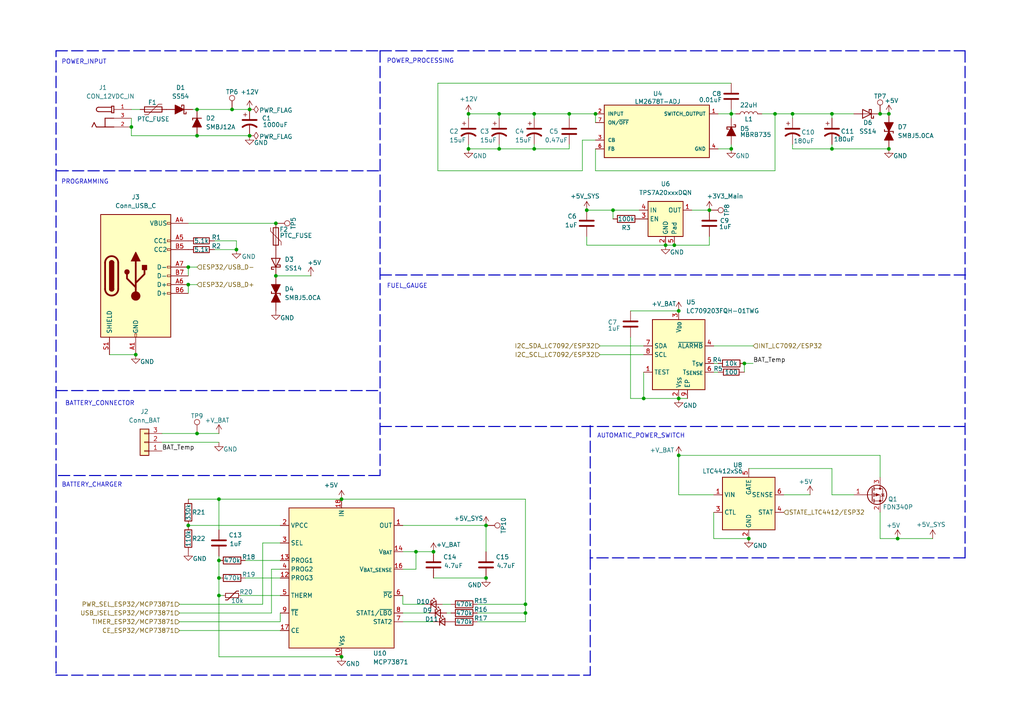
<source format=kicad_sch>
(kicad_sch (version 20250114) (generator "eeschema") (generator_version "9.0")
  (paper "A4")
  (lib_symbols
    (symbol "Battery_Management:LC709203FQH-01TWG"
      (property "Reference" "U" (at -6.35 11.43 0))
      (property "Value" "LC709203FQH-01TWG" (at 11.43 11.43 0))
      (symbol "LC709203FQH-01TWG_1_1"
        (pin bidirectional line (at -10.16 2.54 0) (length 2.54) (name "SDA") (number "7"))
        (pin input line (at -10.16 0 0) (length 2.54) (name "SCL") (number "8"))
        (pin input line (at -10.16 -5.08 0) (length 2.54) (name "TEST") (number "1"))
        (pin power_in line (at 0 12.7 270) (length 2.54) (name "V_{DD}") (number "3"))
        (pin power_in line (at 0 -12.7 90) (length 2.54) (name "V_{SS}") (number "2"))
        (pin passive line (at 2.54 -12.7 90) (length 2.54) (name "EP") (number "9"))
        (pin open_collector line (at 10.16 2.54 180) (length 2.54) (name "~{ALARMB}") (number "4"))
        (pin output line (at 10.16 -2.54 180) (length 2.54) (name "T_{SW}") (number "5"))
        (pin input line (at 10.16 -5.08 180) (length 2.54) (name "T_{SENSE}") (number "6"))
      )
    )
    (symbol "Battery_Management:MCP73871"
      (property "Reference" "U" (at -7.62 24.13 0))
      (property "Value" "MCP73871" (at -15.24 21.59 0))
      (symbol "MCP73871_1_1"
        (pin input line (at -17.78 15.24 0) (length 2.54) (name "VPCC") (number "2"))
        (pin input line (at -17.78 10.16 0) (length 2.54) (name "SEL") (number "3"))
        (pin bidirectional line (at -17.78 5.08 0) (length 2.54) (name "PROG1") (number "13"))
        (pin input line (at -17.78 2.54 0) (length 2.54) (name "PROG2") (number "4"))
        (pin bidirectional line (at -17.78 0 0) (length 2.54) (name "PROG3") (number "12"))
        (pin bidirectional line (at -17.78 -5.08 0) (length 2.54) (name "THERM") (number "5"))
        (pin input line (at -17.78 -10.16 0) (length 2.54) (name "~{TE}") (number "9"))
        (pin input line (at -17.78 -15.24 0) (length 2.54) (name "CE") (number "17"))
        (pin power_in line (at 0 22.86 270) (length 2.54) (name "IN") (number "18"))
        (pin passive line (at 0 22.86 270) (length 2.54) (hide yes) (name "IN") (number "19"))
        (pin power_in line (at 0 -22.86 90) (length 2.54) (name "V_{SS}") (number "10"))
        (pin passive line (at 0 -22.86 90) (length 2.54) (hide yes) (name "V_{SS}") (number "11"))
        (pin passive line (at 0 -22.86 90) (length 2.54) (hide yes) (name "V_{SS}") (number "21"))
        (pin power_out line (at 17.78 15.24 180) (length 2.54) (name "OUT") (number "1"))
        (pin passive line (at 17.78 15.24 180) (length 2.54) (hide yes) (name "OUT") (number "20"))
        (pin power_out line (at 17.78 7.62 180) (length 2.54) (name "V_{BAT}") (number "14"))
        (pin passive line (at 17.78 7.62 180) (length 2.54) (hide yes) (name "V_{BAT}") (number "15"))
        (pin input line (at 17.78 2.54 180) (length 2.54) (name "V_{BAT_SENSE}") (number "16"))
        (pin open_collector line (at 17.78 -5.08 180) (length 2.54) (name "~{PG}") (number "6"))
        (pin open_collector line (at 17.78 -10.16 180) (length 2.54) (name "STAT1/~{LBO}") (number "8"))
        (pin open_collector line (at 17.78 -12.7 180) (length 2.54) (name "STAT2") (number "7"))
      )
    )
    (symbol "Connector:USB_C_Receptacle_USB2.0_14P" (pin_names (offset 1.016))
      (property "Reference" "J" (at 0 22.225 0))
      (property "Value" "USB_C_Receptacle_USB2.0_14P" (at 0 19.685 0))
      (symbol "USB_C_Receptacle_USB2.0_14P_1_1"
        (pin passive line (at -7.62 -22.86 90) (length 5.08) (name "SHIELD") (number "S1"))
        (pin passive line (at 0 -22.86 90) (length 5.08) (name "GND") (number "A1"))
        (pin passive line (at 0 -22.86 90) (length 5.08) (hide yes) (name "GND") (number "A12"))
        (pin passive line (at 0 -22.86 90) (length 5.08) (hide yes) (name "GND") (number "B1"))
        (pin passive line (at 0 -22.86 90) (length 5.08) (hide yes) (name "GND") (number "B12"))
        (pin passive line (at 15.24 15.24 180) (length 5.08) (name "VBUS") (number "A4"))
        (pin passive line (at 15.24 15.24 180) (length 5.08) (hide yes) (name "VBUS") (number "A9"))
        (pin passive line (at 15.24 15.24 180) (length 5.08) (hide yes) (name "VBUS") (number "B4"))
        (pin passive line (at 15.24 15.24 180) (length 5.08) (hide yes) (name "VBUS") (number "B9"))
        (pin bidirectional line (at 15.24 10.16 180) (length 5.08) (name "CC1") (number "A5"))
        (pin bidirectional line (at 15.24 7.62 180) (length 5.08) (name "CC2") (number "B5"))
        (pin bidirectional line (at 15.24 2.54 180) (length 5.08) (name "D-") (number "A7"))
        (pin bidirectional line (at 15.24 0 180) (length 5.08) (name "D-") (number "B7"))
        (pin bidirectional line (at 15.24 -2.54 180) (length 5.08) (name "D+") (number "A6"))
        (pin bidirectional line (at 15.24 -5.08 180) (length 5.08) (name "D+") (number "B6"))
      )
    )
    (symbol "Connector_Generic:Conn_01x03" (pin_names (offset 1.016) (hide yes))
      (property "Reference" "J" (at 0 5.08 0))
      (property "Value" "Conn_01x03" (at 0 -5.08 0))
      (symbol "Conn_01x03_1_1"
        (pin passive line (at -5.08 2.54 0) (length 3.81) (name "Pin_1") (number "1"))
        (pin passive line (at -5.08 0 0) (length 3.81) (name "Pin_2") (number "2"))
        (pin passive line (at -5.08 -2.54 0) (length 3.81) (name "Pin_3") (number "3"))
      )
    )
    (symbol "Device:C" (pin_numbers (hide yes)) (pin_names (offset 0.254))
      (property "Reference" "C" (at 0.635 2.54 0))
      (property "Value" "C" (at 0.635 -2.54 0))
      (symbol "C_1_1"
        (pin passive line (at 0 3.81 270) (length 2.794) (name "~") (number "1"))
        (pin passive line (at 0 -3.81 90) (length 2.794) (name "~") (number "2"))
      )
    )
    (symbol "Device:C_Polarized_US" (pin_numbers (hide yes)) (pin_names (offset 0.254) (hide yes))
      (property "Reference" "C" (at 0.635 2.54 0))
      (property "Value" "C_Polarized_US" (at 0.635 -2.54 0))
      (symbol "C_Polarized_US_1_1"
        (pin passive line (at 0 3.81 270) (length 2.794) (name "~") (number "1"))
        (pin passive line (at 0 -3.81 90) (length 3.302) (name "~") (number "2"))
      )
    )
    (symbol "Device:L" (pin_numbers (hide yes)) (pin_names (offset 1.016) (hide yes))
      (property "Reference" "L" (at -1.27 0 90))
      (property "Value" "L" (at 1.905 0 90))
      (symbol "L_1_1"
        (pin passive line (at 0 3.81 270) (length 1.27) (name "1") (number "1"))
        (pin passive line (at 0 -3.81 90) (length 1.27) (name "2") (number "2"))
      )
    )
    (symbol "Device:Polyfuse" (pin_numbers (hide yes)) (pin_names (offset 0))
      (property "Reference" "F" (at -2.54 0 90))
      (property "Value" "Polyfuse" (at 2.54 0 90))
      (symbol "Polyfuse_1_1"
        (pin passive line (at 0 3.81 270) (length 1.27) (name "~") (number "1"))
        (pin passive line (at 0 -3.81 90) (length 1.27) (name "~") (number "2"))
      )
    )
    (symbol "Device:R" (pin_numbers (hide yes)) (pin_names (offset 0))
      (property "Reference" "R" (at 2.032 0 90))
      (property "Value" "R" (at 0 0 90))
      (symbol "R_1_1"
        (pin passive line (at 0 3.81 270) (length 1.27) (name "~") (number "1"))
        (pin passive line (at 0 -3.81 90) (length 1.27) (name "~") (number "2"))
      )
    )
    (symbol "Diode:SS14" (pin_numbers (hide yes)) (pin_names (offset 1.016) (hide yes))
      (property "Reference" "D" (at 0 2.54 0))
      (property "Value" "SS14" (at 0 -2.54 0))
      (symbol "SS14_1_1"
        (pin passive line (at -3.81 0 0) (length 2.54) (name "K") (number "1"))
        (pin passive line (at 3.81 0 180) (length 2.54) (name "A") (number "2"))
      )
    )
    (symbol "Librería_Global_OK:EJ503A" (pin_names (offset 1.016))
      (property "Reference" "J" (at -5.08 5.08 0))
      (property "Value" "EJ503A" (at -5.08 -7.62 0))
      (symbol "EJ503A_0_0"
        (pin passive line (at 5.08 2.54 180) (length 5.08) (name "~") (number "1"))
        (pin passive line (at 5.08 0 180) (length 5.08) (name "~") (number "3"))
        (pin passive line (at 5.08 -2.54 180) (length 5.08) (name "~") (number "2"))
      )
    )
    (symbol "Librería_Global_OK:LM2678T-ADJ" (pin_names (offset 1.016))
      (property "Reference" "U" (at -15.2724 7.6362 0))
      (property "Value" "LM2678T-ADJ" (at -15.2564 -10.1709 0))
      (symbol "LM2678T-ADJ_0_0"
        (pin input line (at -17.78 5.08 0) (length 2.54) (name "INPUT") (number "2"))
        (pin input line (at -17.78 2.54 0) (length 2.54) (name "ON/~{OFF}") (number "7"))
        (pin input line (at -17.78 -2.54 0) (length 2.54) (name "CB") (number "3"))
        (pin input line (at -17.78 -5.08 0) (length 2.54) (name "FB") (number "6"))
        (pin output line (at 17.78 5.08 180) (length 2.54) (name "SWITCH_OUTPUT") (number "1"))
        (pin power_in line (at 17.78 -5.08 180) (length 2.54) (name "GND") (number "4"))
      )
    )
    (symbol "PCM_4ms_Power-symbol:GND" (power) (pin_names (offset 0))
      (property "Value" "GND" (at 0 -3.81 0))
      (symbol "GND_1_1"
        (pin power_in line (at 0 0 270) (length 0) (hide yes) (name "GND") (number "1"))
      )
    )
    (symbol "PCM_Diode_Schottky_AKL:MBRB735" (pin_numbers (hide yes)) (pin_names (offset 1.016) (hide yes))
      (property "Reference" "D" (at 0 5.08 0))
      (property "Value" "MBRB735" (at 0 2.54 0))
      (symbol "MBRB735_1_1"
        (pin passive line (at -3.81 0 0) (length 2.54) (name "A") (number "2"))
        (pin passive line (at 3.81 0 180) (length 2.54) (name "K") (number "1"))
      )
      (symbol "MBRB735_1_2"
        (pin passive line (at -2.54 -2.54 0) (length 0) (name "A") (number "2"))
        (pin passive line (at 2.54 2.54 180) (length 0) (name "K") (number "1"))
      )
    )
    (symbol "PCM_Diode_Schottky_AKL:SS54" (pin_numbers (hide yes)) (pin_names (offset 1.016) (hide yes))
      (property "Reference" "D" (at 0 5.08 0))
      (property "Value" "SS54" (at 0 2.54 0))
      (symbol "SS54_1_1"
        (pin passive line (at -3.81 0 0) (length 2.54) (name "A") (number "2"))
        (pin passive line (at 3.81 0 180) (length 2.54) (name "K") (number "1"))
      )
      (symbol "SS54_1_2"
        (pin passive line (at -2.54 -2.54 0) (length 0) (name "A") (number "2"))
        (pin passive line (at 2.54 2.54 180) (length 0) (name "K") (number "1"))
      )
    )
    (symbol "PCM_Diode_TVS_AKL:SMBJ12A" (pin_numbers (hide yes)) (pin_names (offset 1.016) (hide yes))
      (property "Reference" "D" (at 0 5.08 0))
      (property "Value" "SMBJ12A" (at 0 2.54 0))
      (symbol "SMBJ12A_1_1"
        (pin passive line (at -3.81 0 0) (length 2.54) (name "A") (number "2"))
        (pin passive line (at 3.81 0 180) (length 2.54) (name "K") (number "1"))
      )
      (symbol "SMBJ12A_1_2"
        (pin passive line (at -2.54 -2.54 0) (length 0) (name "A") (number "2"))
        (pin passive line (at 2.54 2.54 180) (length 0) (name "K") (number "1"))
      )
    )
    (symbol "PCM_Diode_TVS_AKL:SMBJ5.0CA" (pin_numbers (hide yes)) (pin_names (offset 1.016) (hide yes))
      (property "Reference" "D" (at 0 5.08 0))
      (property "Value" "SMBJ5.0CA" (at 0 2.54 0))
      (symbol "SMBJ5.0CA_1_1"
        (pin passive line (at -5.08 0 0) (length 2.54) (name "K") (number "1"))
        (pin passive line (at 5.08 0 180) (length 2.54) (name "A") (number "2"))
      )
      (symbol "SMBJ5.0CA_1_2"
        (pin passive line (at -3.81 -3.81 0) (length 0) (name "A") (number "2"))
        (pin passive line (at 3.81 3.81 180) (length 0) (name "K") (number "1"))
      )
    )
    (symbol "PCM_SL_Resistors:Resistor"
      (property "Reference" "R" (at 0 5.08 0))
      (property "Value" "Resistor" (at 0 2.54 0))
      (symbol "Resistor_1_1"
        (pin passive line (at -3.81 0 0) (length 1.5) (name "") (number "1"))
        (pin passive line (at 3.81 0 180) (length 1.5) (name "~") (number "2"))
      )
    )
    (symbol "PCM_SparkFun-Connector:TestPoint_0.5mm" (pin_numbers (hide yes)) (pin_names (offset 0.762) (hide yes))
      (property "Reference" "TP" (at 0 5.08 0))
      (symbol "TestPoint_0.5mm_1_1"
        (pin passive line (at 0 0 90) (length 2.54) (name "1") (number "1"))
      )
    )
    (symbol "PCM_SparkFun-LED:LED" (pin_numbers (hide yes)) (pin_names (offset 1.016) (hide yes))
      (property "Reference" "D" (at 0 2.54 0))
      (property "Value" "LED" (at 0 -2.54 0))
      (symbol "LED_1_1"
        (pin passive line (at -2.54 0 0) (length 1.778) (name "K") (number "1"))
        (pin passive line (at 2.54 0 180) (length 1.778) (name "A") (number "2"))
      )
    )
    (symbol "PCM_SparkFun-Resistor:Thermistor-NTC-10k" (pin_numbers (hide yes)) (pin_names (offset 0))
      (property "Reference" "R" (at -1.27 2.54 0))
      (property "Value" "10k" (at 0 -2.54 0))
      (symbol "Thermistor-NTC-10k_1_1"
        (pin passive line (at -2.54 0 0) (length 0.635) (name "~") (number "1"))
        (pin passive line (at 2.54 0 180) (length 0.635) (name "~") (number "2"))
      )
    )
    (symbol "Power_Management:LTC4412xS6"
      (property "Reference" "U" (at -6.35 8.89 0))
      (property "Value" "LTC4412xS6" (at 6.35 8.89 0))
      (symbol "LTC4412xS6_1_1"
        (pin power_in line (at -10.16 2.54 0) (length 2.54) (name "VIN") (number "1"))
        (pin input line (at -10.16 -2.54 0) (length 2.54) (name "CTL") (number "3"))
        (pin output line (at 0 10.16 270) (length 2.54) (name "GATE") (number "5"))
        (pin power_in line (at 0 -10.16 90) (length 2.54) (name "GND") (number "2"))
        (pin input line (at 10.16 2.54 180) (length 2.54) (name "SENSE") (number "6"))
        (pin open_collector line (at 10.16 -2.54 180) (length 2.54) (name "STAT") (number "4"))
      )
    )
    (symbol "Regulator_Linear:TPS7A20xxxDQN"
      (property "Reference" "U" (at -3.81 6.35 0))
      (property "Value" "TPS7A20xxxDQN" (at 6.35 6.35 0))
      (symbol "TPS7A20xxxDQN_0_1"
        (pin power_in line (at -7.62 2.54 0) (length 2.54) (name "IN") (number "4"))
        (pin input line (at -7.62 0 0) (length 2.54) (name "EN") (number "3"))
        (pin power_in line (at 0 -7.62 90) (length 2.54) (name "GND") (number "2"))
        (pin power_out line (at 7.62 2.54 180) (length 2.54) (name "OUT") (number "1"))
      )
      (symbol "TPS7A20xxxDQN_1_1"
        (pin passive line (at 2.54 -7.62 90) (length 2.54) (name "Pad") (number "5"))
      )
    )
    (symbol "Transistor_FET:FDN340P" (pin_names (hide yes))
      (property "Reference" "Q" (at 5.08 1.905 0))
      (property "Value" "FDN340P" (at 5.08 0 0))
      (symbol "FDN340P_1_1"
        (pin input line (at -5.08 0 0) (length 2.54) (name "G") (number "1"))
        (pin passive line (at 2.54 5.08 270) (length 2.54) (name "D") (number "3"))
        (pin passive line (at 2.54 -5.08 90) (length 2.54) (name "S") (number "2"))
      )
    )
    (symbol "power:+12V" (power) (pin_numbers (hide yes)) (pin_names (offset 0) (hide yes))
      (property "Value" "+12V" (at 0 3.556 0))
      (symbol "+12V_1_1"
        (pin power_in line (at 0 0 90) (length 0) (name "~") (number "1"))
      )
    )
    (symbol "power:+3V3" (power) (pin_numbers (hide yes)) (pin_names (offset 0) (hide yes))
      (property "Value" "+3V3" (at 0 3.556 0))
      (symbol "+3V3_1_1"
        (pin power_in line (at 0 0 90) (length 0) (name "~") (number "1"))
      )
    )
    (symbol "power:+5V" (power) (pin_numbers (hide yes)) (pin_names (offset 0) (hide yes))
      (property "Value" "+5V" (at 0 3.556 0))
      (symbol "+5V_1_1"
        (pin power_in line (at 0 0 90) (length 0) (name "~") (number "1"))
      )
    )
    (symbol "power:GND" (power) (pin_numbers (hide yes)) (pin_names (offset 0) (hide yes))
      (property "Value" "GND" (at 0 -3.81 0))
      (symbol "GND_1_1"
        (pin power_in line (at 0 0 270) (length 0) (name "~") (number "1"))
      )
    )
    (symbol "power:PWR_FLAG" (power) (pin_numbers (hide yes)) (pin_names (offset 0) (hide yes))
      (property "Value" "PWR_FLAG" (at 0 3.81 0))
      (symbol "PWR_FLAG_0_0"
        (pin power_out line (at 0 0 90) (length 0) (name "~") (number "1"))
      )
    )
  )
  (text "FUEL_GAUGE" (at 118.11 83.058 0) (effects (font (size 1.27 1.27))))
  (text "AUTOMATIC_POWER_SWITCH" (at 185.928 126.492 0) (effects (font (size 1.27 1.27))))
  (text "BATTERY_CONNECTOR" (at 28.956 117.094 0) (effects (font (size 1.27 1.27))))
  (text "POWER_INPUT" (at 24.384 18.034 0) (effects (font (size 1.27 1.27))))
  (text "PROGRAMMING" (at 24.638 52.832 0) (effects (font (size 1.27 1.27))))
  (text "POWER_PROCESSING" (at 121.92 17.78 0) (effects (font (size 1.27 1.27))))
  (text "BATTERY_CHARGER" (at 26.67 140.716 0) (effects (font (size 1.27 1.27))))
  (junction (at 144.78 43.18))
  (junction (at 38.1 36.83))
  (junction (at 72.39 31.75))
  (junction (at 196.85 90.17))
  (junction (at 241.3 43.18))
  (junction (at 135.89 43.18))
  (junction (at 257.81 43.18))
  (junction (at 54.61 82.55))
  (junction (at 54.61 152.4))
  (junction (at 125.73 160.02))
  (junction (at 57.15 31.75))
  (junction (at 152.4 177.8))
  (junction (at 177.8 60.96))
  (junction (at 205.74 60.96))
  (junction (at 63.5 172.72))
  (junction (at 260.35 156.21))
  (junction (at 72.39 39.37))
  (junction (at 224.79 33.02))
  (junction (at 57.15 125.73))
  (junction (at 154.94 43.18))
  (junction (at 54.61 77.47))
  (junction (at 140.97 152.4))
  (junction (at 120.65 160.02))
  (junction (at 67.31 31.75))
  (junction (at 255.27 33.02))
  (junction (at 135.89 33.02))
  (junction (at 196.85 115.57))
  (junction (at 217.17 156.21))
  (junction (at 63.5 144.78))
  (junction (at 57.15 39.37))
  (junction (at 99.06 190.5))
  (junction (at 196.85 132.08))
  (junction (at 80.01 80.01))
  (junction (at 63.5 162.56))
  (junction (at 140.97 167.64))
  (junction (at 241.3 33.02))
  (junction (at 193.04 71.12))
  (junction (at 39.37 102.87))
  (junction (at 195.58 71.12))
  (junction (at 99.06 144.78))
  (junction (at 68.58 72.39))
  (junction (at 215.9 105.41))
  (junction (at 165.1 33.02))
  (junction (at 212.09 33.02))
  (junction (at 172.72 33.02))
  (junction (at 257.81 33.02))
  (junction (at 212.09 43.18))
  (junction (at 186.69 115.57))
  (junction (at 80.01 64.77))
  (junction (at 144.78 33.02))
  (junction (at 170.18 60.96))
  (junction (at 154.94 33.02))
  (junction (at 63.5 167.64))
  (junction (at 152.4 175.26))
  (junction (at 229.87 33.02))
  (wire (pts (xy 135.89 34.29) (xy 135.89 33.02)))
  (wire (pts (xy 135.89 43.18) (xy 135.89 41.91)))
  (wire (pts (xy 172.72 49.53) (xy 224.79 49.53)))
  (polyline (pts (xy 16.256 137.922) (xy 16.256 14.732)) (stroke (width 0.3) (type dash)))
  (polyline (pts (xy 16.256 14.732) (xy 110.236 14.732)) (stroke (width 0.3) (type dash)))
  (polyline (pts (xy 16.51 49.53) (xy 110.236 49.53)) (stroke (width 0.3) (type dash)))
  (wire (pts (xy 38.1 39.37) (xy 57.15 39.37)))
  (wire (pts (xy 177.8 60.96) (xy 185.42 60.96)))
  (wire (pts (xy 154.94 43.18) (xy 154.94 41.91)))
  (polyline (pts (xy 110.236 14.732) (xy 279.908 14.732)) (stroke (width 0.3) (type dash)))
  (wire (pts (xy 241.3 135.89) (xy 241.3 143.51)))
  (wire (pts (xy 218.44 100.33) (xy 207.01 100.33)))
  (wire (pts (xy 38.1 39.37) (xy 38.1 36.83)))
  (wire (pts (xy 76.2 157.48) (xy 81.28 157.48)))
  (wire (pts (xy 67.31 31.75) (xy 72.39 31.75)))
  (wire (pts (xy 144.78 34.29) (xy 144.78 33.02)))
  (wire (pts (xy 52.07 182.88) (xy 81.28 182.88)))
  (wire (pts (xy 212.09 24.13) (xy 127 24.13)))
  (wire (pts (xy 154.94 34.29) (xy 154.94 33.02)))
  (wire (pts (xy 247.65 33.02) (xy 241.3 33.02)))
  (wire (pts (xy 220.98 33.02) (xy 224.79 33.02)))
  (wire (pts (xy 138.43 177.8) (xy 152.4 177.8)))
  (wire (pts (xy 182.88 90.17) (xy 196.85 90.17)))
  (wire (pts (xy 186.69 107.95) (xy 186.69 115.57)))
  (wire (pts (xy 165.1 34.29) (xy 165.1 33.02)))
  (wire (pts (xy 168.91 40.64) (xy 172.72 40.64)))
  (wire (pts (xy 116.84 175.26) (xy 116.84 172.72)))
  (wire (pts (xy 170.18 60.96) (xy 177.8 60.96)))
  (wire (pts (xy 63.5 190.5) (xy 99.06 190.5)))
  (wire (pts (xy 63.5 162.56) (xy 63.5 161.29)))
  (wire (pts (xy 182.88 97.79) (xy 182.88 115.57)))
  (wire (pts (xy 124.46 177.8) (xy 116.84 177.8)))
  (wire (pts (xy 52.07 180.34) (xy 81.28 180.34)))
  (wire (pts (xy 196.85 132.08) (xy 196.85 143.51)))
  (wire (pts (xy 57.15 82.55) (xy 54.61 82.55)))
  (wire (pts (xy 54.61 152.4) (xy 81.28 152.4)))
  (wire (pts (xy 62.23 69.85) (xy 68.58 69.85)))
  (wire (pts (xy 54.61 82.55) (xy 54.61 85.09)))
  (wire (pts (xy 38.1 34.29) (xy 38.1 36.83)))
  (wire (pts (xy 76.2 175.26) (xy 76.2 157.48)))
  (wire (pts (xy 52.07 177.8) (xy 78.74 177.8)))
  (wire (pts (xy 120.65 160.02) (xy 120.65 165.1)))
  (wire (pts (xy 127 49.53) (xy 168.91 49.53)))
  (wire (pts (xy 63.5 190.5) (xy 63.5 172.72)))
  (wire (pts (xy 212.09 33.02) (xy 213.36 33.02)))
  (wire (pts (xy 207.01 148.59) (xy 207.01 156.21)))
  (wire (pts (xy 152.4 144.78) (xy 152.4 175.26)))
  (wire (pts (xy 170.18 68.58) (xy 170.18 71.12)))
  (polyline (pts (xy 16.256 137.922) (xy 16.256 195.834)) (stroke (width 0.3) (type dash)))
  (wire (pts (xy 130.81 177.8) (xy 129.54 177.8)))
  (wire (pts (xy 71.12 167.64) (xy 81.28 167.64)))
  (wire (pts (xy 205.74 60.96) (xy 200.66 60.96)))
  (wire (pts (xy 123.19 175.26) (xy 116.84 175.26)))
  (wire (pts (xy 63.5 167.64) (xy 63.5 172.72)))
  (wire (pts (xy 52.07 175.26) (xy 76.2 175.26)))
  (wire (pts (xy 168.91 49.53) (xy 168.91 40.64)))
  (wire (pts (xy 138.43 180.34) (xy 152.4 180.34)))
  (wire (pts (xy 170.18 71.12) (xy 193.04 71.12)))
  (wire (pts (xy 173.99 100.33) (xy 186.69 100.33)))
  (wire (pts (xy 255.27 156.21) (xy 255.27 148.59)))
  (wire (pts (xy 135.89 33.02) (xy 144.78 33.02)))
  (wire (pts (xy 57.15 77.47) (xy 54.61 77.47)))
  (wire (pts (xy 255.27 138.43) (xy 255.27 132.08)))
  (polyline (pts (xy 110.236 123.698) (xy 279.908 123.698)) (stroke (width 0.3) (type dash)))
  (polyline (pts (xy 110.236 79.756) (xy 280.162 79.756)) (stroke (width 0.3) (type dash)))
  (wire (pts (xy 144.78 43.18) (xy 144.78 41.91)))
  (wire (pts (xy 234.95 143.51) (xy 227.33 143.51)))
  (wire (pts (xy 165.1 33.02) (xy 172.72 33.02)))
  (wire (pts (xy 152.4 144.78) (xy 99.06 144.78)))
  (polyline (pts (xy 279.908 161.798) (xy 171.196 161.798)) (stroke (width 0.3) (type dash)))
  (wire (pts (xy 152.4 175.26) (xy 152.4 177.8)))
  (wire (pts (xy 78.74 165.1) (xy 81.28 165.1)))
  (wire (pts (xy 57.15 31.75) (xy 67.31 31.75)))
  (wire (pts (xy 193.04 71.12) (xy 195.58 71.12)))
  (wire (pts (xy 144.78 33.02) (xy 154.94 33.02)))
  (polyline (pts (xy 16.256 113.284) (xy 110.236 113.284)) (stroke (width 0.3) (type dash)))
  (wire (pts (xy 196.85 115.57) (xy 199.39 115.57)))
  (wire (pts (xy 130.81 175.26) (xy 128.27 175.26)))
  (wire (pts (xy 127 24.13) (xy 127 49.53)))
  (wire (pts (xy 40.64 31.75) (xy 38.1 31.75)))
  (wire (pts (xy 90.17 80.01) (xy 80.01 80.01)))
  (wire (pts (xy 260.35 156.21) (xy 270.51 156.21)))
  (wire (pts (xy 140.97 160.02) (xy 140.97 152.4)))
  (wire (pts (xy 257.81 33.02) (xy 255.27 33.02)))
  (polyline (pts (xy 279.908 14.732) (xy 279.908 161.798)) (stroke (width 0.3) (type dash)))
  (wire (pts (xy 172.72 43.18) (xy 172.72 49.53)))
  (wire (pts (xy 208.28 107.95) (xy 207.01 107.95)))
  (wire (pts (xy 63.5 172.72) (xy 64.77 172.72)))
  (wire (pts (xy 116.84 165.1) (xy 120.65 165.1)))
  (polyline (pts (xy 171.196 123.444) (xy 171.196 161.798)) (stroke (width 0.3) (type dash)))
  (wire (pts (xy 63.5 162.56) (xy 63.5 167.64)))
  (wire (pts (xy 229.87 43.18) (xy 229.87 41.91)))
  (wire (pts (xy 78.74 177.8) (xy 78.74 165.1)))
  (wire (pts (xy 144.78 43.18) (xy 154.94 43.18)))
  (wire (pts (xy 208.28 105.41) (xy 207.01 105.41)))
  (wire (pts (xy 195.58 71.12) (xy 205.74 71.12)))
  (wire (pts (xy 125.73 180.34) (xy 116.84 180.34)))
  (wire (pts (xy 212.09 43.18) (xy 208.28 43.18)))
  (wire (pts (xy 57.15 39.37) (xy 72.39 39.37)))
  (wire (pts (xy 68.58 72.39) (xy 62.23 72.39)))
  (wire (pts (xy 63.5 125.73) (xy 57.15 125.73)))
  (wire (pts (xy 125.73 160.02) (xy 120.65 160.02)))
  (wire (pts (xy 215.9 105.41) (xy 215.9 107.95)))
  (wire (pts (xy 140.97 152.4) (xy 116.84 152.4)))
  (wire (pts (xy 241.3 43.18) (xy 241.3 41.91)))
  (wire (pts (xy 229.87 34.29) (xy 229.87 33.02)))
  (wire (pts (xy 212.09 33.02) (xy 212.09 34.29)))
  (wire (pts (xy 116.84 160.02) (xy 120.65 160.02)))
  (wire (pts (xy 54.61 144.78) (xy 63.5 144.78)))
  (wire (pts (xy 224.79 33.02) (xy 224.79 49.53)))
  (polyline (pts (xy 110.236 14.732) (xy 110.236 137.922)) (stroke (width 0.3) (type dash)))
  (polyline (pts (xy 110.236 137.922) (xy 16.256 137.922)) (stroke (width 0.3) (type dash)))
  (wire (pts (xy 196.85 143.51) (xy 207.01 143.51)))
  (wire (pts (xy 196.85 132.08) (xy 255.27 132.08)))
  (wire (pts (xy 154.94 33.02) (xy 165.1 33.02)))
  (wire (pts (xy 172.72 33.02) (xy 172.72 35.56)))
  (wire (pts (xy 212.09 41.91) (xy 212.09 43.18)))
  (wire (pts (xy 173.99 102.87) (xy 186.69 102.87)))
  (wire (pts (xy 54.61 77.47) (xy 54.61 80.01)))
  (wire (pts (xy 68.58 69.85) (xy 68.58 72.39)))
  (wire (pts (xy 71.12 162.56) (xy 81.28 162.56)))
  (wire (pts (xy 205.74 71.12) (xy 205.74 68.58)))
  (wire (pts (xy 31.75 102.87) (xy 39.37 102.87)))
  (wire (pts (xy 63.5 128.27) (xy 46.99 128.27)))
  (wire (pts (xy 218.44 105.41) (xy 215.9 105.41)))
  (wire (pts (xy 241.3 34.29) (xy 241.3 33.02)))
  (polyline (pts (xy 16.256 195.834) (xy 171.196 195.834)) (stroke (width 0.3) (type dash)))
  (wire (pts (xy 54.61 64.77) (xy 80.01 64.77)))
  (wire (pts (xy 186.69 115.57) (xy 196.85 115.57)))
  (wire (pts (xy 229.87 43.18) (xy 241.3 43.18)))
  (wire (pts (xy 57.15 125.73) (xy 46.99 125.73)))
  (wire (pts (xy 135.89 43.18) (xy 144.78 43.18)))
  (wire (pts (xy 255.27 156.21) (xy 260.35 156.21)))
  (wire (pts (xy 241.3 43.18) (xy 257.81 43.18)))
  (wire (pts (xy 55.88 31.75) (xy 57.15 31.75)))
  (wire (pts (xy 154.94 43.18) (xy 165.1 43.18)))
  (wire (pts (xy 69.85 172.72) (xy 81.28 172.72)))
  (wire (pts (xy 229.87 33.02) (xy 241.3 33.02)))
  (wire (pts (xy 207.01 156.21) (xy 217.17 156.21)))
  (polyline (pts (xy 171.196 161.798) (xy 171.196 195.834)) (stroke (width 0.3) (type dash)))
  (wire (pts (xy 152.4 180.34) (xy 152.4 177.8)))
  (wire (pts (xy 208.28 33.02) (xy 212.09 33.02)))
  (wire (pts (xy 63.5 144.78) (xy 63.5 153.67)))
  (wire (pts (xy 165.1 43.18) (xy 165.1 41.91)))
  (wire (pts (xy 217.17 135.89) (xy 241.3 135.89)))
  (wire (pts (xy 177.8 60.96) (xy 177.8 63.5)))
  (wire (pts (xy 182.88 115.57) (xy 186.69 115.57)))
  (wire (pts (xy 81.28 180.34) (xy 81.28 177.8)))
  (wire (pts (xy 224.79 33.02) (xy 229.87 33.02)))
  (wire (pts (xy 212.09 31.75) (xy 212.09 33.02)))
  (wire (pts (xy 138.43 175.26) (xy 152.4 175.26)))
  (wire (pts (xy 63.5 144.78) (xy 99.06 144.78)))
  (wire (pts (xy 241.3 143.51) (xy 247.65 143.51)))
  (wire (pts (xy 140.97 167.64) (xy 125.73 167.64)))
  (label "BAT_Temp" (at 218.44 105.41 0))
  (label "BAT_Temp" (at 46.99 130.81 0))
  (hierarchical_label "PWR_SEL_ESP32{slash}MCP73871" (shape input) (at 52.07 175.26 180))
  (hierarchical_label "STATE_LTC4412{slash}ESP32" (shape input) (at 227.33 148.59 0))
  (hierarchical_label "ESP32{slash}USB_D-" (shape input) (at 57.15 77.47 0))
  (hierarchical_label "TIMER_ESP32{slash}MCP73871" (shape input) (at 52.07 180.34 180))
  (hierarchical_label "INT_LC7092{slash}ESP32" (shape input) (at 218.44 100.33 0))
  (hierarchical_label "ESP32{slash}USB_D+" (shape input) (at 57.15 82.55 0))
  (hierarchical_label "I2C_SDA_LC7092{slash}ESP32" (shape input) (at 173.99 100.33 180))
  (hierarchical_label "USB_ISEL_ESP32{slash}MCP73871" (shape input) (at 52.07 177.8 180))
  (hierarchical_label "CE_ESP32{slash}MCP73871" (shape input) (at 52.07 182.88 180))
  (hierarchical_label "I2C_SCL_LC7092{slash}ESP32" (shape input) (at 173.99 102.87 180))
  (symbol (lib_id "PCM_SparkFun-Connector:TestPoint_0.5mm") (at 67.31 31.75 0) (unit 1)
    (property "Reference" "TP6" (at 67.31 26.67 0))
    (property "Value" "0.5mm" (effects (hide yes)))
    (property "Footprint" "PCM_SparkFun-Connector:TestPoint-0.5mm" (effects (hide yes)))
    (property "Description" "Test Point" (effects (hide yes)))
  )
  (symbol (lib_id "PCM_SparkFun-Connector:TestPoint_0.5mm") (at 255.27 33.02 0) (unit 1)
    (property "Reference" "TP7" (at 255.27 27.94 0))
    (property "Value" "0.5mm" (effects (hide yes)))
    (property "Footprint" "PCM_SparkFun-Connector:TestPoint-0.5mm" (effects (hide yes)))
    (property "Description" "Test Point" (effects (hide yes)))
  )
  (symbol (lib_id "power:+3V3") (at 205.74 60.96 0) (unit 1)
    (property "Reference" "#PWR017" (effects (hide yes)))
    (property "Value" "+3V3_Main" (at 204.978 56.896 0) (effects (justify left)))
    (property "Description" "Power symbol creates a global label with name \"+3V3\"" (effects (hide yes)))
  )
  (symbol (lib_id "Device:C") (at 63.5 157.48 0) (unit 1)
    (property "Reference" "C13" (at 66.294 155.194 0) (effects (justify left)))
    (property "Value" "1uF" (at 66.548 157.734 0) (effects (justify left)))
    (property "Footprint" "Capacitor_SMD:C_0603_1608Metric" (effects (hide yes)))
    (property "Description" "Unpolarized capacitor" (effects (hide yes)))
    (property "MPN" "CL10A105KB8NNNC" (effects (hide yes)))
    (property "Package" "0603" (effects (hide yes)))
    (property "LCSC PN" "C15849" (effects (hide yes)))
  )
  (symbol (lib_id "PCM_4ms_Power-symbol:GND") (at 39.37 102.87 0) (unit 1)
    (property "Reference" "#PWR02" (effects (hide yes)))
    (property "Value" "GND" (at 42.672 104.902 0))
  )
  (symbol (lib_id "power:+5V") (at 170.18 60.96 0) (unit 1)
    (property "Reference" "#PWR022" (effects (hide yes)))
    (property "Value" "+5V_SYS" (at 169.672 56.896 0))
    (property "Description" "Power symbol creates a global label with name \"+5V\"" (effects (hide yes)))
  )
  (symbol (lib_id "power:+5V") (at 99.06 144.78 0) (unit 1)
    (property "Reference" "#PWR011" (effects (hide yes)))
    (property "Value" "+5V" (at 96.012 140.716 0))
    (property "Description" "Power symbol creates a global label with name \"+5V\"" (effects (hide yes)))
  )
  (symbol (lib_id "PCM_SparkFun-Resistor:Thermistor-NTC-10k") (at 67.31 172.72 0) (unit 1)
    (property "Reference" "R20" (at 71.374 171.704 0))
    (property "Value" "10k" (at 68.834 174.244 0))
    (property "Footprint" "0_Smart_Switch:THRMC1005X55N" (effects (hide yes)))
    (property "Description" "10kΩ ±0.5% 100uA 3380K ±0.7% 0402 NTC Thermistors RoHS" (effects (hide yes)))
    (property "Package" "0402" (effects (hide yes)))
    (property "MPN" "NCU15XH103D6SRC" (effects (hide yes)))
    (property "LCSC PN" "C17294780" (effects (hide yes)))
  )
  (symbol (lib_id "PCM_SparkFun-Connector:TestPoint_0.5mm") (at 205.74 60.96 270) (unit 1)
    (property "Reference" "TP8" (at 210.82 60.96 0))
    (property "Value" "0.5mm" (effects (hide yes)))
    (property "Footprint" "PCM_SparkFun-Connector:TestPoint-0.5mm" (effects (hide yes)))
    (property "Description" "Test Point" (effects (hide yes)))
  )
  (symbol (lib_id "Battery_Management:MCP73871") (at 99.06 167.64 0) (unit 1)
    (property "Reference" "U10" (at 108.204 189.484 0) (effects (justify left)))
    (property "Value" "MCP73871" (at 108.204 192.024 0) (effects (justify left)))
    (property "Footprint" "Package_DFN_QFN:QFN-20-1EP_4x4mm_P0.5mm_EP2.5x2.5mm" (effects (hide yes)))
    (property "Datasheet" "http://www.mouser.com/ds/2/268/22090a-52174.pdf" (effects (hide yes)))
    (property "Description" "Single cell, Li-Ion/Li-Po charge management controller" (effects (hide yes)))
    (property "Package" "QFN-20(4x4)" (effects (hide yes)))
    (property "MPN" "MCP73871-2CCI/ML" (effects (hide yes)))
    (property "LCSC PN" "C5121473" (effects (hide yes)))
  )
  (symbol (lib_id "power:+5V") (at 90.17 80.01 0) (unit 1)
    (property "Reference" "#PWR08" (effects (hide yes)))
    (property "Value" "+5V" (at 91.186 76.2 0))
    (property "Description" "Power symbol creates a global label with name \"+5V\"" (effects (hide yes)))
  )
  (symbol (lib_id "Device:C_Polarized_US") (at 241.3 38.1 0) (unit 1)
    (property "Reference" "C11" (at 243.84 38.1 0) (effects (justify left)))
    (property "Value" "180uF" (at 241.808 40.386 0) (effects (justify left)))
    (property "Footprint" "Global_Footprint:CAP_EEEFNE181XUV" (effects (hide yes)))
    (property "Description" "Polarized capacitor, US symbol" (effects (hide yes)))
    (property "MPN" "EEEFNE181XUV" (effects (hide yes)))
    (property "Package" "SMD" (effects (hide yes)))
    (property "LCSC PN" "C540948" (effects (hide yes)))
  )
  (symbol (lib_id "PCM_SL_Resistors:Resistor") (at 212.09 107.95 0) (unit 1)
    (property "Reference" "R5" (at 208.28 106.934 0))
    (property "Value" "100" (at 212.09 107.95 0))
    (property "Footprint" "Resistor_SMD:R_0402_1005Metric" (effects (hide yes)))
    (property "Description" "62.5mW 100Ω 50V ±100ppm/℃ Thick Film Resistor ±1% 0402 Chip Resistor - Surface Mount RoHS" (effects (hide yes)))
    (property "MPN" "FRC0402F1000TS" (effects (hide yes)))
    (property "LCSC PN" "C2906860" (effects (hide yes)))
    (property "Package" "0402" (effects (hide yes)))
  )
  (symbol (lib_id "Device:C_Polarized_US") (at 72.39 35.56 0) (unit 1)
    (property "Reference" "C1" (at 75.946 34.29 0) (effects (justify left)))
    (property "Value" "1000uF" (at 76.2 36.1949 0) (effects (justify left)))
    (property "Footprint" "0_Smart_Switch:CAP_EEVFK1E102Q" (effects (hide yes)))
    (property "Description" "Polarized capacitor, US symbol" (effects (hide yes)))
    (property "MPN" "EEVFK1E102Q" (effects (hide yes)))
    (property "Package" "SMD" (effects (hide yes)))
    (property "LCSC PN" "C178725" (effects (hide yes)))
  )
  (symbol (lib_id "Device:R") (at 54.61 148.59 0) (unit 1)
    (property "Reference" "R21" (at 57.658 148.59 0))
    (property "Value" "330k" (at 54.61 148.59 90))
    (property "Footprint" "Resistor_SMD:R_0805_2012Metric" (effects (hide yes)))
    (property "Description" "125mW 330kΩ 150V ±100ppm/℃ Thick Film Resistor ±1% 0805 Chip Resistor - Surface Mount RoHS" (effects (hide yes)))
    (property "Package" "0805" (effects (hide yes)))
    (property "MPN" "FRC0805F3303TS" (effects (hide yes)))
    (property "LCSC PN" "C2907257" (effects (hide yes)))
  )
  (symbol (lib_id "Regulator_Linear:TPS7A20xxxDQN") (at 193.04 63.5 0) (unit 1)
    (property "Reference" "U6" (at 193.04 53.34 0))
    (property "Value" "TPS7A20xxxDQN" (at 193.04 55.88 0))
    (property "Footprint" "PCM_Package_SON_AKL:Texas_X2SON-4_1x1mm_P0.65mm" (effects (hide yes)))
    (property "Datasheet" "https://www.ti.com/lit/ds/symlink/tps7a20.pdf" (effects (hide yes)))
    (property "Description" "300-mA ultra-low-noise low-IQ low-dropout (LDO) linear regulator with high PSRR" (effects (hide yes)))
    (property "Package" "XDFN-4" (effects (hide yes)))
    (property "MPN" "TPS7A2025PDQNR " (effects (hide yes)))
    (property "LCSC PN" "C2866482" (effects (hide yes)))
  )
  (symbol (lib_id "Device:R") (at 134.62 175.26 270) (unit 1)
    (property "Reference" "R15" (at 139.446 174.244 90))
    (property "Value" "470k" (at 134.62 175.26 90))
    (property "Footprint" "Resistor_SMD:R_0603_1608Metric" (effects (hide yes)))
    (property "Description" "125mW 470kΩ 150V ±100ppm/℃ Thick Film Resistor ±5% 0805 Chip Resistor - Surface Mount RoHS" (effects (hide yes)))
    (property "Package" "0805" (effects (hide yes)))
    (property "MPN" "FRC0805J474TS" (effects (hide yes)))
    (property "LCSC PN" "C2930293" (effects (hide yes)))
  )
  (symbol (lib_id "power:+5V") (at 196.85 90.17 0) (unit 1)
    (property "Reference" "#PWR013" (effects (hide yes)))
    (property "Value" "+V_BAT" (at 192.532 88.138 0))
    (property "Description" "Power symbol creates a global label with name \"+5V\"" (effects (hide yes)))
  )
  (symbol (lib_id "Librería_Global_OK:LM2678T-ADJ") (at 190.5 38.1 0) (unit 1)
    (property "Reference" "U4" (at 190.754 27.178 0))
    (property "Value" "LM2678T-ADJ" (at 190.754 29.464 0))
    (property "Footprint" "Global_Footprint:TO127P1041X469X2199-7N" (effects (hide yes)))
    (property "MF" "Texas Instruments" (effects (hide yes)))
    (property "Description_1" "260kHz 5A Buck Adjustable 1.21V~37V 1 TO-220-7 Voltage Regulators - DC DC Switching Regulators RoHS" (effects (hide yes)))
    (property "Package" "TO-220-7" (effects (hide yes)))
    (property "Price" "None" (effects (hide yes)))
    (property "Check_prices" "https://www.snapeda.com/parts/LM2678T-ADJ/Texas+Instruments/view-part/?ref=eda" (effects (hide yes)))
    (property "SnapEDA_Link" "https://www.snapeda.com/parts/LM2678T-ADJ/Texas+Instruments/view-part/?ref=snap" (effects (hide yes)))
    (property "MP" "LM2678T-ADJ/NOPB" (effects (hide yes)))
    (property "LCSC PN" "C95178" (effects (hide yes)))
    (property "MANUFACTURER" "TEXAS INSTRUMENTS" (effects (hide yes)))
  )
  (symbol (lib_id "PCM_4ms_Power-symbol:GND") (at 135.89 43.18 0) (unit 1)
    (property "Reference" "#PWR010" (effects (hide yes)))
    (property "Value" "GND" (at 139.192 45.212 0))
  )
  (symbol (lib_id "power:+5V") (at 63.5 125.73 0) (unit 1)
    (property "Reference" "#PWR03" (effects (hide yes)))
    (property "Value" "+V_BAT" (at 62.992 121.92 0))
    (property "Description" "Power symbol creates a global label with name \"+5V\"" (effects (hide yes)))
  )
  (symbol (lib_id "Device:C") (at 182.88 93.98 0) (unit 1)
    (property "Reference" "C7" (at 176.276 93.472 0) (effects (justify left)))
    (property "Value" "1uF" (at 176.276 95.25 0) (effects (justify left)))
    (property "Footprint" "Capacitor_SMD:C_0603_1608Metric" (effects (hide yes)))
    (property "Description" "Unpolarized capacitor" (effects (hide yes)))
    (property "MPN" "CL10A105KB8NNNC" (effects (hide yes)))
    (property "Package" "0603" (effects (hide yes)))
    (property "LCSC PN" "C15849" (effects (hide yes)))
  )
  (symbol (lib_id "Device:C_Polarized_US") (at 135.89 38.1 0) (unit 1)
    (property "Reference" "C2" (at 130.302 38.1 0) (effects (justify left)))
    (property "Value" "15uF" (at 130.302 40.64 0) (effects (justify left)))
    (property "Footprint" "0_Smart_Switch:CAPPM7343X310N" (effects (hide yes)))
    (property "Description" "Polarized capacitor, US symbol" (effects (hide yes)))
    (property "MPN" "TPSD156K035R0300" (effects (hide yes)))
    (property "Package" "CASE-D-7343" (effects (hide yes)))
    (property "LCSC PN" "C382110" (effects (hide yes)))
  )
  (symbol (lib_id "power:+5V") (at 257.81 33.02 0) (unit 1)
    (property "Reference" "#PWR019" (effects (hide yes)))
    (property "Value" "+5V" (at 258.572 29.21 0))
    (property "Description" "Power symbol creates a global label with name \"+5V\"" (effects (hide yes)))
  )
  (symbol (lib_id "Transistor_FET:FDN340P") (at 252.73 143.51 0) (unit 1)
    (property "Reference" "Q1" (at 257.556 144.78 0) (effects (justify left)))
    (property "Value" "FDN340P" (at 256.032 147.066 0) (effects (justify left)))
    (property "Footprint" "Package_TO_SOT_SMD:SOT-23" (effects (hide yes)))
    (property "Datasheet" "https://www.onsemi.com/pub/Collateral/FDN340P-D.PDF" (effects (hide yes)))
    (property "Description" "-2A Id, -20V Vds, P-Channel MOSFET, 70mOhm Ron, SOT-23" (effects (hide yes)))
    (property "Package" "SOT-23" (effects (hide yes)))
    (property "MPN" "FDN340P" (effects (hide yes)))
    (property "LCSC PN" "C75469" (effects (hide yes)))
  )
  (symbol (lib_id "PCM_SparkFun-Connector:TestPoint_0.5mm") (at 140.97 152.4 270) (unit 1)
    (property "Reference" "TP10" (at 146.05 152.4 0))
    (property "Value" "0.5mm" (effects (hide yes)))
    (property "Footprint" "PCM_SparkFun-Connector:TestPoint-0.5mm" (effects (hide yes)))
    (property "Description" "Test Point" (effects (hide yes)))
  )
  (symbol (lib_id "PCM_Diode_Schottky_AKL:MBRB735") (at 212.09 38.1 90) (unit 1)
    (property "Reference" "D5" (at 214.63 37.338 90) (effects (justify right)))
    (property "Value" "MBRB735" (at 214.63 39.0524 90) (effects (justify right)))
    (property "Footprint" "PCM_Package_TO_SOT_SMD_AKL:TO-263-2_TabPin1" (effects (hide yes)))
    (property "Datasheet" "https://www.tme.eu/Document/1359ef3b13b932c72bd91d7bf2693551/MBR745-E3-45.pdf" (effects (hide yes)))
    (property "Description" "TO-263 Schottky diode, 35V, 7.5A, Alternate KiCAD Library" (effects (hide yes)))
    (property "MPN" "VS-MBRB735TRR-M3" (effects (hide yes)))
    (property "LCSC PN" "C6604203" (effects (hide yes)))
    (property "Package" "TO-263AB(D2PAK)" (effects (hide yes)))
  )
  (symbol (lib_id "Device:C") (at 205.74 64.77 0) (unit 1)
    (property "Reference" "C9" (at 208.788 64.008 0) (effects (justify left)))
    (property "Value" "1uF" (at 208.534 65.786 0) (effects (justify left)))
    (property "Footprint" "Capacitor_SMD:C_0603_1608Metric" (effects (hide yes)))
    (property "Description" "Unpolarized capacitor" (effects (hide yes)))
    (property "MPN" "CL10A105KB8NNNC" (effects (hide yes)))
    (property "Package" "0603" (effects (hide yes)))
    (property "LCSC PN" "C15849" (effects (hide yes)))
  )
  (symbol (lib_id "power:+5V") (at 196.85 132.08 0) (unit 1)
    (property "Reference" "#PWR025" (effects (hide yes)))
    (property "Value" "+V_BAT" (at 192.024 130.556 0))
    (property "Description" "Power symbol creates a global label with name \"+5V\"" (effects (hide yes)))
  )
  (symbol (lib_id "Librería_Global_OK:EJ503A") (at 33.02 34.29 0) (unit 1)
    (property "Reference" "J1" (at 29.845 25.4 0))
    (property "Value" "CON_12VDC_IN" (at 32.004 27.94 0))
    (property "Footprint" "Global_Footprint:MPD_EJ503A" (effects (hide yes)))
    (property "Package" "Through Hole" (effects (hide yes)))
    (property "MPN" "EJ503A" (effects (hide yes)))
    (property "LCSC PN" "C3095117" (effects (hide yes)))
  )
  (symbol (lib_id "PCM_SparkFun-Connector:TestPoint_0.5mm") (at 80.01 64.77 270) (unit 1)
    (property "Reference" "TP5" (at 85.09 64.77 0))
    (property "Value" "0.5mm" (effects (hide yes)))
    (property "Footprint" "PCM_SparkFun-Connector:TestPoint-0.5mm" (effects (hide yes)))
    (property "Description" "Test Point" (effects (hide yes)))
  )
  (symbol (lib_id "PCM_4ms_Power-symbol:GND") (at 217.17 156.21 0) (unit 1)
    (property "Reference" "#PWR024" (effects (hide yes)))
    (property "Value" "GND" (at 220.472 158.242 0))
  )
  (symbol (lib_id "PCM_4ms_Power-symbol:GND") (at 72.39 39.37 0) (unit 1)
    (property "Reference" "#PWR01" (effects (hide yes)))
    (property "Value" "GND" (at 75.692 41.402 0))
  )
  (symbol (lib_id "PCM_4ms_Power-symbol:GND") (at 193.04 71.12 0) (unit 1)
    (property "Reference" "#PWR015" (effects (hide yes)))
    (property "Value" "GND" (at 196.342 73.152 0))
  )
  (symbol (lib_id "Device:R") (at 212.09 105.41 270) (unit 1)
    (property "Reference" "R4" (at 208.026 104.394 90))
    (property "Value" "10k" (at 212.09 105.41 90))
    (property "Footprint" "Resistor_SMD:R_0603_1608Metric" (effects (hide yes)))
    (property "Description" "10kΩ 100mW 75V ±100ppm/℃ Thick Film Resistor ±1% 0603 Chip Resistor - Surface Mount RoHS" (effects (hide yes)))
    (property "Package" "0603" (effects (hide yes)))
    (property "MPN" "FRC0603F1002TS" (effects (hide yes)))
    (property "LCSC PN" "C2906982" (effects (hide yes)))
  )
  (symbol (lib_id "Device:C") (at 165.1 38.1 0) (unit 1)
    (property "Reference" "C5" (at 159.258 38.1 0) (effects (justify left)))
    (property "Value" "0.47uF" (at 157.988 40.64 0) (effects (justify left)))
    (property "Footprint" "Capacitor_SMD:C_0402_1005Metric" (effects (hide yes)))
    (property "Description" "Unpolarized capacitor" (effects (hide yes)))
    (property "MPN" "GRM155R71C474KE01D" (effects (hide yes)))
    (property "Package" "0402" (effects (hide yes)))
    (property "LCSC PN" "C471404" (effects (hide yes)))
  )
  (symbol (lib_id "PCM_4ms_Power-symbol:GND") (at 99.06 190.5 0) (unit 1)
    (property "Reference" "#PWR030" (effects (hide yes)))
    (property "Value" "GND" (at 102.362 192.532 0))
  )
  (symbol (lib_id "PCM_Diode_Schottky_AKL:SS54") (at 52.07 31.75 0) (unit 1)
    (property "Reference" "D1" (at 52.3875 25.4 0))
    (property "Value" "SS54" (at 52.3875 27.94 0))
    (property "Footprint" "PCM_Diode_SMD_AKL:D_SMC" (effects (hide yes)))
    (property "Datasheet" "https://www.laro.com.pl/pdf/ss56.pdf" (effects (hide yes)))
    (property "Description" "SMC Schottky diode, 40V, 5A, Alternate KiCAD Library" (effects (hide yes)))
    (property "MPN" "SS54" (effects (hide yes)))
    (property "Package" "SMA(DO-214AC)" (effects (hide yes)))
    (property "LCSC PN" "C22452" (effects (hide yes)))
  )
  (symbol (lib_id "PCM_4ms_Power-symbol:GND") (at 257.81 43.18 0) (unit 1)
    (property "Reference" "#PWR018" (effects (hide yes)))
    (property "Value" "GND" (at 261.112 45.212 0))
  )
  (symbol (lib_id "Device:C_Polarized_US") (at 154.94 38.1 0) (unit 1)
    (property "Reference" "C4" (at 149.352 38.1 0) (effects (justify left)))
    (property "Value" "15uF" (at 149.352 40.64 0) (effects (justify left)))
    (property "Footprint" "0_Smart_Switch:CAPPM7343X310N" (effects (hide yes)))
    (property "Description" "Polarized capacitor, US symbol" (effects (hide yes)))
    (property "MPN" "TPSD156K035R0300" (effects (hide yes)))
    (property "Package" "CASE-D-7343" (effects (hide yes)))
    (property "LCSC PN" "C382110" (effects (hide yes)))
  )
  (symbol (lib_id "PCM_SparkFun-Connector:TestPoint_0.5mm") (at 57.15 125.73 0) (unit 1)
    (property "Reference" "TP9" (at 57.15 120.65 0))
    (property "Value" "0.5mm" (effects (hide yes)))
    (property "Footprint" "PCM_SparkFun-Connector:TestPoint-0.5mm" (effects (hide yes)))
    (property "Description" "Test Point" (effects (hide yes)))
  )
  (symbol (lib_id "power:GND") (at 68.58 72.39 0) (unit 1)
    (property "Reference" "#PWR05" (effects (hide yes)))
    (property "Value" "GND" (at 72.136 74.422 0))
    (property "Description" "Power symbol creates a global label with name \"GND\" , ground" (effects (hide yes)))
  )
  (symbol (lib_id "power:+5V") (at 140.97 152.4 0) (unit 1)
    (property "Reference" "#PWR031" (effects (hide yes)))
    (property "Value" "+5V_SYS" (at 135.89 150.368 0))
    (property "Description" "Power symbol creates a global label with name \"+5V\"" (effects (hide yes)))
  )
  (symbol (lib_id "Device:C") (at 170.18 64.77 0) (unit 1)
    (property "Reference" "C6" (at 164.592 62.738 0) (effects (justify left)))
    (property "Value" "1uF" (at 163.83 65.278 0) (effects (justify left)))
    (property "Footprint" "Capacitor_SMD:C_0603_1608Metric" (effects (hide yes)))
    (property "Description" "Unpolarized capacitor" (effects (hide yes)))
    (property "MPN" "CL10A105KB8NNNC" (effects (hide yes)))
    (property "Package" "0603" (effects (hide yes)))
    (property "LCSC PN" "C15849" (effects (hide yes)))
  )
  (symbol (lib_id "power:+5V") (at 125.73 160.02 0) (unit 1)
    (property "Reference" "#PWR032" (effects (hide yes)))
    (property "Value" "+V_BAT" (at 130.048 157.988 0))
    (property "Description" "Power symbol creates a global label with name \"+5V\"" (effects (hide yes)))
  )
  (symbol (lib_id "Device:R") (at 134.62 180.34 270) (unit 1)
    (property "Reference" "R17" (at 139.446 179.324 90))
    (property "Value" "470k" (at 134.62 180.34 90))
    (property "Footprint" "Resistor_SMD:R_0603_1608Metric" (effects (hide yes)))
    (property "Description" "125mW 470kΩ 150V ±100ppm/℃ Thick Film Resistor ±5% 0805 Chip Resistor - Surface Mount RoHS" (effects (hide yes)))
    (property "Package" "0805" (effects (hide yes)))
    (property "MPN" "FRC0805J474TS" (effects (hide yes)))
    (property "LCSC PN" "C2930293" (effects (hide yes)))
  )
  (symbol (lib_id "Battery_Management:LC709203FQH-01TWG") (at 196.85 102.87 0) (unit 1)
    (property "Reference" "U5" (at 198.9933 87.63 0) (effects (justify left)))
    (property "Value" "LC709203FQH-01TWG" (at 198.9933 90.17 0) (effects (justify left)))
    (property "Footprint" "Package_DFN_QFN:WDFN-8-1EP_4x3mm_P0.65mm_EP2.4x1.8mm" (effects (hide yes)))
    (property "Datasheet" "https://www.onsemi.com/download/data-sheet/pdf/lc709203f-d.pdf" (effects (hide yes)))
    (property "Description" "Single LiPo battery fuel gauge, I2C, type 01, WDFN-8" (effects (hide yes)))
    (property "Package" "WDFN-8-EP(3x4)" (effects (hide yes)))
    (property "MPN" "LC709203FQH-01TWG" (effects (hide yes)))
    (property "LCSC PN" "C152311" (effects (hide yes)))
  )
  (symbol (lib_id "Diode:SS14") (at 251.46 33.02 180) (unit 1)
    (property "Reference" "D6" (at 251.714 35.56 0))
    (property "Value" "SS14" (at 251.714 38.1 0))
    (property "Footprint" "Diode_SMD:D_SMA" (effects (hide yes)))
    (property "Datasheet" "https://www.vishay.com/docs/88746/ss12.pdf" (effects (hide yes)))
    (property "Description" "40V 1A Schottky Diode, SMA" (effects (hide yes)))
    (property "MPN" "SS14" (effects (hide yes)))
    (property "LCSC PN" "C2837270" (effects (hide yes)))
    (property "Package" "SMA(DO-214AC)" (effects (hide yes)))
  )
  (symbol (lib_id "Device:C") (at 212.09 27.94 0) (unit 1)
    (property "Reference" "C8" (at 206.502 27.178 0) (effects (justify left)))
    (property "Value" "0.01uF" (at 202.692 28.956 0) (effects (justify left)))
    (property "Footprint" "Capacitor_SMD:C_0402_1005Metric" (effects (hide yes)))
    (property "Description" "Unpolarized capacitor" (effects (hide yes)))
    (property "MPN" "FCC0402B103K500AT" (effects (hide yes)))
    (property "Package" "0402" (effects (hide yes)))
    (property "LCSC PN" "C5137480" (effects (hide yes)))
  )
  (symbol (lib_id "Device:C") (at 125.73 163.83 0) (unit 1)
    (property "Reference" "C14" (at 128.524 161.544 0) (effects (justify left)))
    (property "Value" "4.7uF" (at 128.778 164.084 0) (effects (justify left)))
    (property "Footprint" "Capacitor_SMD:C_0603_1608Metric" (effects (hide yes)))
    (property "Description" "10V 4.7uF X5R ±10% 0603 Ceramic Capacitors RoHS" (effects (hide yes)))
    (property "MPN" "CL10A475KP8NNNC" (effects (hide yes)))
    (property "Package" "0603" (effects (hide yes)))
    (property "LCSC PN" "C1705" (effects (hide yes)))
  )
  (symbol (lib_id "PCM_4ms_Power-symbol:GND") (at 212.09 43.18 0) (unit 1)
    (property "Reference" "#PWR016" (effects (hide yes)))
    (property "Value" "GND" (at 215.392 45.212 0))
  )
  (symbol (lib_id "Device:R") (at 134.62 177.8 270) (unit 1)
    (property "Reference" "R16" (at 139.446 176.784 90))
    (property "Value" "470k" (at 134.62 177.8 90))
    (property "Footprint" "Resistor_SMD:R_0603_1608Metric" (effects (hide yes)))
    (property "Description" "125mW 470kΩ 150V ±100ppm/℃ Thick Film Resistor ±5% 0805 Chip Resistor - Surface Mount RoHS" (effects (hide yes)))
    (property "Package" "0805" (effects (hide yes)))
    (property "MPN" "FRC0805J474TS" (effects (hide yes)))
    (property "LCSC PN" "C2930293" (effects (hide yes)))
  )
  (symbol (lib_id "Device:R") (at 181.61 63.5 90) (unit 1)
    (property "Reference" "R3" (at 181.61 66.04 90))
    (property "Value" "100k" (at 181.61 63.5 90))
    (property "Footprint" "Resistor_SMD:R_0603_1608Metric" (effects (hide yes)))
    (property "Description" "Resistor" (effects (hide yes)))
    (property "MPN" "FRC0603F1003TS" (effects (hide yes)))
    (property "Package" "0603" (effects (hide yes)))
    (property "LCSC PN" "C2906980" (effects (hide yes)))
  )
  (symbol (lib_id "PCM_SL_Resistors:Resistor") (at 58.42 72.39 0) (unit 1)
    (property "Reference" "R2" (at 62.738 71.374 0))
    (property "Value" "5.1k" (at 58.42 72.39 0))
    (property "Footprint" "Resistor_SMD:R_0603_1608Metric" (effects (hide yes)))
    (property "Description" "1/4W Resistor" (effects (hide yes)))
    (property "MPN" "FRC0603J512 TS" (effects (hide yes)))
    (property "LCSC PN" "C2907114" (effects (hide yes)))
    (property "Package" "0603" (effects (hide yes)))
  )
  (symbol (lib_id "PCM_4ms_Power-symbol:GND") (at 54.61 160.02 0) (unit 1)
    (property "Reference" "#PWR034" (effects (hide yes)))
    (property "Value" "GND" (at 57.912 162.052 0))
  )
  (symbol (lib_id "Device:C") (at 140.97 163.83 0) (unit 1)
    (property "Reference" "C15" (at 143.764 161.544 0) (effects (justify left)))
    (property "Value" "4.7uF" (at 144.018 164.084 0) (effects (justify left)))
    (property "Footprint" "Capacitor_SMD:C_0603_1608Metric" (effects (hide yes)))
    (property "Description" "10V 4.7uF X5R ±10% 0603 Ceramic Capacitors RoHS" (effects (hide yes)))
    (property "MPN" "CL10A475KP8NNNC" (effects (hide yes)))
    (property "Package" "0603" (effects (hide yes)))
    (property "LCSC PN" "C1705" (effects (hide yes)))
  )
  (symbol (lib_id "Device:R") (at 67.31 162.56 270) (unit 1)
    (property "Reference" "R18" (at 72.136 161.544 90))
    (property "Value" "470k" (at 67.31 162.56 90))
    (property "Footprint" "Resistor_SMD:R_0603_1608Metric" (effects (hide yes)))
    (property "Description" "125mW 470kΩ 150V ±100ppm/℃ Thick Film Resistor ±5% 0805 Chip Resistor - Surface Mount RoHS" (effects (hide yes)))
    (property "Package" "0805" (effects (hide yes)))
    (property "MPN" "FRC0805J474TS" (effects (hide yes)))
    (property "LCSC PN" "C2930293" (effects (hide yes)))
  )
  (symbol (lib_id "Device:Polyfuse") (at 80.01 68.58 0) (unit 1)
    (property "Reference" "F2" (at 82.296 66.548 0))
    (property "Value" "PTC_FUSE" (at 85.852 68.326 0))
    (property "Footprint" "0_Smart_Switch:FUSE_1812L05060_LTF" (effects (hide yes)))
    (property "Description" "Resettable fuse, polymeric positive temperature coefficient" (effects (hide yes)))
    (property "MPN" "1812L110PR" (effects (hide yes)))
    (property "LCSC PN" "C163516" (effects (hide yes)))
    (property "Package" "1812" (effects (hide yes)))
  )
  (symbol (lib_id "PCM_SL_Resistors:Resistor") (at 58.42 69.85 0) (unit 1)
    (property "Reference" "R1" (at 62.738 68.834 0))
    (property "Value" "5.1k" (at 58.42 69.85 0))
    (property "Footprint" "Resistor_SMD:R_0603_1608Metric" (effects (hide yes)))
    (property "Description" "1/4W Resistor" (effects (hide yes)))
    (property "MPN" "FRC0603J512 TS" (effects (hide yes)))
    (property "LCSC PN" "C2907114" (effects (hide yes)))
    (property "Package" "0603" (effects (hide yes)))
  )
  (symbol (lib_id "PCM_SparkFun-LED:LED") (at 127 177.8 0) (unit 1)
    (property "Reference" "D9" (at 123.952 177.038 0))
    (property "Value" "LEDs" (effects (hide yes)))
    (property "Footprint" "PCM_SparkFun-LED:LED_0603_1608Metric" (effects (hide yes)))
    (property "Description" "5mA 450mcd Top-mount 520nm~535nm Emerald Green 70mW 2.4V~3V 0603 LED Indication - Discrete RoHS" (effects (hide yes)))
    (property "PROD_ID" "LED-" (effects (hide yes)))
    (property "MPN" "A-SP192DGHC-C01-4T" (effects (hide yes)))
    (property "LCSC PN" "C19171301" (effects (hide yes)))
    (property "Package" "0603" (effects (hide yes)))
  )
  (symbol (lib_id "PCM_4ms_Power-symbol:GND") (at 196.85 115.57 0) (unit 1)
    (property "Reference" "#PWR014" (effects (hide yes)))
    (property "Value" "GND" (at 200.152 117.602 0))
  )
  (symbol (lib_id "PCM_4ms_Power-symbol:GND") (at 80.01 90.17 0) (unit 1)
    (property "Reference" "#PWR07" (effects (hide yes)))
    (property "Value" "GND" (at 83.312 92.202 0))
  )
  (symbol (lib_id "Connector:USB_C_Receptacle_USB2.0_14P") (at 39.37 80.01 0) (unit 1)
    (property "Reference" "J3" (at 39.37 57.15 0))
    (property "Value" "Conn_USB_C" (at 39.37 59.69 0))
    (property "Footprint" "Connector_USB:USB_C_Receptacle_GCT_USB4085" (effects (hide yes)))
    (property "Datasheet" "https://www.usb.org/sites/default/files/documents/usb_type-c.zip" (effects (hide yes)))
    (property "Description" "USB 2.0-only 14P Type-C Receptacle connector" (effects (hide yes)))
    (property "Package" "Through Hole" (effects (hide yes)))
    (property "MPN" "USB4085-GF-A" (effects (hide yes)))
    (property "LCSC PN" "C7095263" (effects (hide yes)))
  )
  (symbol (lib_id "power:PWR_FLAG") (at 72.39 31.75 270) (unit 1)
    (property "Reference" "#FLG03" (effects (hide yes)))
    (property "Value" "PWR_FLAG" (at 75.184 32.004 90) (effects (justify left)))
    (property "Description" "Special symbol for telling ERC where power comes from" (effects (hide yes)))
  )
  (symbol (lib_id "power:+5V") (at 260.35 156.21 0) (unit 1)
    (property "Reference" "#PWR020" (effects (hide yes)))
    (property "Value" "+5V" (at 259.08 152.4 0))
    (property "Description" "Power symbol creates a global label with name \"+5V\"" (effects (hide yes)))
  )
  (symbol (lib_id "power:+5V") (at 234.95 143.51 0) (unit 1)
    (property "Reference" "#PWR021" (effects (hide yes)))
    (property "Value" "+5V" (at 233.68 139.7 0))
    (property "Description" "Power symbol creates a global label with name \"+5V\"" (effects (hide yes)))
  )
  (symbol (lib_id "PCM_Diode_TVS_AKL:SMBJ5.0CA") (at 257.81 38.1 90) (unit 1)
    (property "Reference" "D7" (at 260.35 36.8299 90) (effects (justify right)))
    (property "Value" "SMBJ5.0CA" (at 260.35 39.3699 90) (effects (justify right)))
    (property "Footprint" "PCM_Diode_SMD_AKL:D_SMB_TVS" (effects (hide yes)))
    (property "Datasheet" "https://www.tme.eu/Document/0b6222bec7e12d83185b51d73cb6a54d/SMBJ_ser.pdf" (effects (hide yes)))
    (property "Description" "SMB Bidirectional TVS Diode, 5V, 600W, Alternate KiCAD Library" (effects (hide yes)))
    (property "MPN" "SMBJ5.0CA" (effects (hide yes)))
    (property "LCSC PN" "C5331095" (effects (hide yes)))
    (property "Package" "DO-214AA(SMB)" (effects (hide yes)))
  )
  (symbol (lib_id "Device:C_Polarized_US") (at 144.78 38.1 0) (unit 1)
    (property "Reference" "C3" (at 139.192 38.1 0) (effects (justify left)))
    (property "Value" "15uF" (at 139.192 40.64 0) (effects (justify left)))
    (property "Footprint" "0_Smart_Switch:CAPPM7343X310N" (effects (hide yes)))
    (property "Description" "Polarized capacitor, US symbol" (effects (hide yes)))
    (property "MPN" "TPSD156K035R0300" (effects (hide yes)))
    (property "Package" "CASE-D-7343" (effects (hide yes)))
    (property "LCSC PN" "C382110" (effects (hide yes)))
  )
  (symbol (lib_id "Device:R") (at 54.61 156.21 0) (unit 1)
    (property "Reference" "R22" (at 57.658 156.21 0))
    (property "Value" "110k" (at 54.61 156.21 90))
    (property "Footprint" "Resistor_SMD:R_0805_2012Metric" (effects (hide yes)))
    (property "Description" "125mW 110kΩ 150V ±100ppm/℃ Thick Film Resistor ±1% 0805 Chip Resistor - Surface Mount RoHS" (effects (hide yes)))
    (property "Package" "0805" (effects (hide yes)))
    (property "MPN" "FRC0805F1103TS" (effects (hide yes)))
    (property "LCSC PN" "C2907221" (effects (hide yes)))
  )
  (symbol (lib_id "PCM_SparkFun-LED:LED") (at 128.27 180.34 0) (unit 1)
    (property "Reference" "D11" (at 125.222 179.578 0))
    (property "Value" "LEDs" (effects (hide yes)))
    (property "Footprint" "PCM_SparkFun-LED:LED_0603_1608Metric" (effects (hide yes)))
    (property "Description" "5mA 450mcd Top-mount 520nm~535nm Emerald Green 70mW 2.4V~3V 0603 LED Indication - Discrete RoHS" (effects (hide yes)))
    (property "PROD_ID" "LED-" (effects (hide yes)))
    (property "MPN" "A-SP192DGHC-C01-4T" (effects (hide yes)))
    (property "LCSC PN" "C19171301" (effects (hide yes)))
    (property "Package" "0603" (effects (hide yes)))
  )
  (symbol (lib_id "Device:R") (at 67.31 167.64 270) (unit 1)
    (property "Reference" "R19" (at 72.136 166.624 90))
    (property "Value" "470k" (at 67.31 167.64 90))
    (property "Footprint" "Resistor_SMD:R_0603_1608Metric" (effects (hide yes)))
    (property "Description" "125mW 470kΩ 150V ±100ppm/℃ Thick Film Resistor ±5% 0805 Chip Resistor - Surface Mount RoHS" (effects (hide yes)))
    (property "Package" "0805" (effects (hide yes)))
    (property "MPN" "FRC0805J474TS" (effects (hide yes)))
    (property "LCSC PN" "C2930293" (effects (hide yes)))
  )
  (symbol (lib_id "power:+12V") (at 72.39 31.75 0) (unit 1)
    (property "Reference" "#PWR06" (effects (hide yes)))
    (property "Value" "+12V" (at 72.39 26.67 0))
    (property "Description" "Power symbol creates a global label with name \"+12V\"" (effects (hide yes)))
  )
  (symbol (lib_id "Device:Polyfuse") (at 44.45 31.75 90) (unit 1)
    (property "Reference" "F1" (at 44.196 29.718 90))
    (property "Value" "PTC_FUSE" (at 44.45 34.544 90))
    (property "Footprint" "0_Smart_Switch:FUSE_1812L05060_LTF" (effects (hide yes)))
    (property "Description" "Resettable fuse, polymeric positive temperature coefficient" (effects (hide yes)))
    (property "MPN" "1812L110PR" (effects (hide yes)))
    (property "LCSC PN" "C163516" (effects (hide yes)))
    (property "Package" "1812" (effects (hide yes)))
  )
  (symbol (lib_id "PCM_Diode_TVS_AKL:SMBJ12A") (at 57.15 35.56 90) (unit 1)
    (property "Reference" "D2" (at 59.69 34.2899 90) (effects (justify right)))
    (property "Value" "SMBJ12A" (at 59.69 36.8299 90) (effects (justify right)))
    (property "Footprint" "PCM_Diode_SMD_AKL:D_SMB" (effects (hide yes)))
    (property "Datasheet" "https://www.tme.eu/Document/0b6222bec7e12d83185b51d73cb6a54d/SMBJ_ser.pdf" (effects (hide yes)))
    (property "Description" "SMB Unidirectional TVS diode, 12V, 600W, Alternate KiCAD Library" (effects (hide yes)))
    (property "MPN" "SMBJ12A" (effects (hide yes)))
    (property "Package" "DO-214AA" (effects (hide yes)))
    (property "LCSC PN" "C151251" (effects (hide yes)))
  )
  (symbol (lib_id "Power_Management:LTC4412xS6") (at 217.17 146.05 0) (unit 1)
    (property "Reference" "U8" (at 212.598 134.874 0) (effects (justify left)))
    (property "Value" "LTC4412xS6" (at 203.708 136.652 0) (effects (justify left)))
    (property "Footprint" "Package_TO_SOT_SMD:TSOT-23-6" (effects (hide yes)))
    (property "Datasheet" "https://www.analog.com/media/en/technical-documentation/data-sheets/4412fb.pdf" (effects (hide yes)))
    (property "Description" "Low Loss PowerPath Controller, TSOT-23-6" (effects (hide yes)))
    (property "Package" "TSOT-23-6" (effects (hide yes)))
    (property "MPN" "LTC4412ES6#TRPBF" (effects (hide yes)))
    (property "LCSC PN" "C514442" (effects (hide yes)))
  )
  (symbol (lib_id "Device:L") (at 217.17 33.02 90) (unit 1)
    (property "Reference" "L1" (at 217.17 34.544 90))
    (property "Value" "22uH" (at 217.17 30.48 90))
    (property "Footprint" "Global_Footprint:IND_XAL6060-223MEB" (effects (hide yes)))
    (property "Description" "Inductor" (effects (hide yes)))
    (property "MPN" "FXL1040-220-M" (effects (hide yes)))
    (property "Package" "SMD,11.5x10mm" (effects (hide yes)))
    (property "LCSC PN" "C475917" (effects (hide yes)))
  )
  (symbol (lib_id "PCM_4ms_Power-symbol:GND") (at 63.5 128.27 0) (unit 1)
    (property "Reference" "#PWR04" (effects (hide yes)))
    (property "Value" "GND" (at 66.802 130.302 0))
  )
  (symbol (lib_id "power:PWR_FLAG") (at 72.39 39.37 270) (unit 1)
    (property "Reference" "#FLG07" (effects (hide yes)))
    (property "Value" "PWR_FLAG" (at 75.184 39.624 90) (effects (justify left)))
    (property "Description" "Special symbol for telling ERC where power comes from" (effects (hide yes)))
  )
  (symbol (lib_id "PCM_SparkFun-LED:LED") (at 125.73 175.26 0) (unit 1)
    (property "Reference" "D10" (at 122.682 174.498 0))
    (property "Value" "LEDs" (effects (hide yes)))
    (property "Footprint" "PCM_SparkFun-LED:LED_0603_1608Metric" (effects (hide yes)))
    (property "Description" "5mA 450mcd Top-mount 520nm~535nm Emerald Green 70mW 2.4V~3V 0603 LED Indication - Discrete RoHS" (effects (hide yes)))
    (property "PROD_ID" "LED-" (effects (hide yes)))
    (property "MPN" "A-SP192DGHC-C01-4T" (effects (hide yes)))
    (property "LCSC PN" "C19171301" (effects (hide yes)))
    (property "Package" "0603" (effects (hide yes)))
  )
  (symbol (lib_id "Connector_Generic:Conn_01x03") (at 41.91 128.27 180) (unit 1)
    (property "Reference" "J2" (at 41.91 119.38 0))
    (property "Value" "Conn_BAT" (at 41.91 121.92 0))
    (property "Footprint" "Connector_Molex:Molex_PicoBlade_53261-0371_1x03-1MP_P1.25mm_Horizontal" (effects (hide yes)))
    (property "Description" "3P 1x3P PicoBlade(MX 1.25) Tin -40℃~+105℃ White 1.25mm 125V 3 1A 1 Surface Mount, Right Angle SMD,P=1.25mm,Surface Mount,Right Angle Headers, Male Pins RoHS" (effects (hide yes)))
    (property "Package" "SMD,P=1.25mm,Surface Mount,Right Angle" (effects (hide yes)))
    (property "MPN" "532610371" (effects (hide yes)))
    (property "LCSC PN" "C293630" (effects (hide yes)))
  )
  (symbol (lib_id "PCM_Diode_TVS_AKL:SMBJ5.0CA") (at 80.01 85.09 90) (unit 1)
    (property "Reference" "D4" (at 82.55 83.8199 90) (effects (justify right)))
    (property "Value" "SMBJ5.0CA" (at 82.55 86.3599 90) (effects (justify right)))
    (property "Footprint" "PCM_Diode_SMD_AKL:D_SMB_TVS" (effects (hide yes)))
    (property "Datasheet" "https://www.tme.eu/Document/0b6222bec7e12d83185b51d73cb6a54d/SMBJ_ser.pdf" (effects (hide yes)))
    (property "Description" "SMB Bidirectional TVS Diode, 5V, 600W, Alternate KiCAD Library" (effects (hide yes)))
    (property "MPN" "SMBJ5.0CA" (effects (hide yes)))
    (property "LCSC PN" "C5331095" (effects (hide yes)))
    (property "Package" "DO-214AA(SMB)" (effects (hide yes)))
  )
  (symbol (lib_id "power:+5V") (at 270.51 156.21 0) (unit 1)
    (property "Reference" "#PWR012" (effects (hide yes)))
    (property "Value" "+5V_SYS" (at 270.002 152.146 0))
    (property "Description" "Power symbol creates a global label with name \"+5V\"" (effects (hide yes)))
  )
  (symbol (lib_id "power:+12V") (at 135.89 33.02 0) (unit 1)
    (property "Reference" "#PWR09" (effects (hide yes)))
    (property "Value" "+12V" (at 135.89 28.702 0))
    (property "Description" "Power symbol creates a global label with name \"+12V\"" (effects (hide yes)))
  )
  (symbol (lib_id "PCM_4ms_Power-symbol:GND") (at 140.97 167.64 0) (unit 1)
    (property "Reference" "#PWR033" (effects (hide yes)))
    (property "Value" "GND" (at 137.668 169.672 0))
  )
  (symbol (lib_id "Device:C_Polarized_US") (at 229.87 38.1 0) (unit 1)
    (property "Reference" "C10" (at 232.41 38.354 0) (effects (justify left)))
    (property "Value" "180uF" (at 230.124 40.894 0) (effects (justify left)))
    (property "Footprint" "Global_Footprint:CAP_EEEFNE181XUV" (effects (hide yes)))
    (property "Description" "Polarized capacitor, US symbol" (effects (hide yes)))
    (property "MPN" "EEEFNE181XUV" (effects (hide yes)))
    (property "Package" "SMD" (effects (hide yes)))
    (property "LCSC PN" "C540948" (effects (hide yes)))
  )
  (symbol (lib_id "Diode:SS14") (at 80.01 76.2 90) (unit 1)
    (property "Reference" "D3" (at 82.55 75.2474 90) (effects (justify right)))
    (property "Value" "SS14" (at 82.55 77.7874 90) (effects (justify right)))
    (property "Footprint" "Diode_SMD:D_SMA" (effects (hide yes)))
    (property "Datasheet" "https://www.vishay.com/docs/88746/ss12.pdf" (effects (hide yes)))
    (property "Description" "40V 1A Schottky Diode, SMA" (effects (hide yes)))
    (property "MPN" "SS14" (effects (hide yes)))
    (property "LCSC PN" "C2837270" (effects (hide yes)))
    (property "Package" "SMA(DO-214AC)" (effects (hide yes)))
  )
)
</source>
